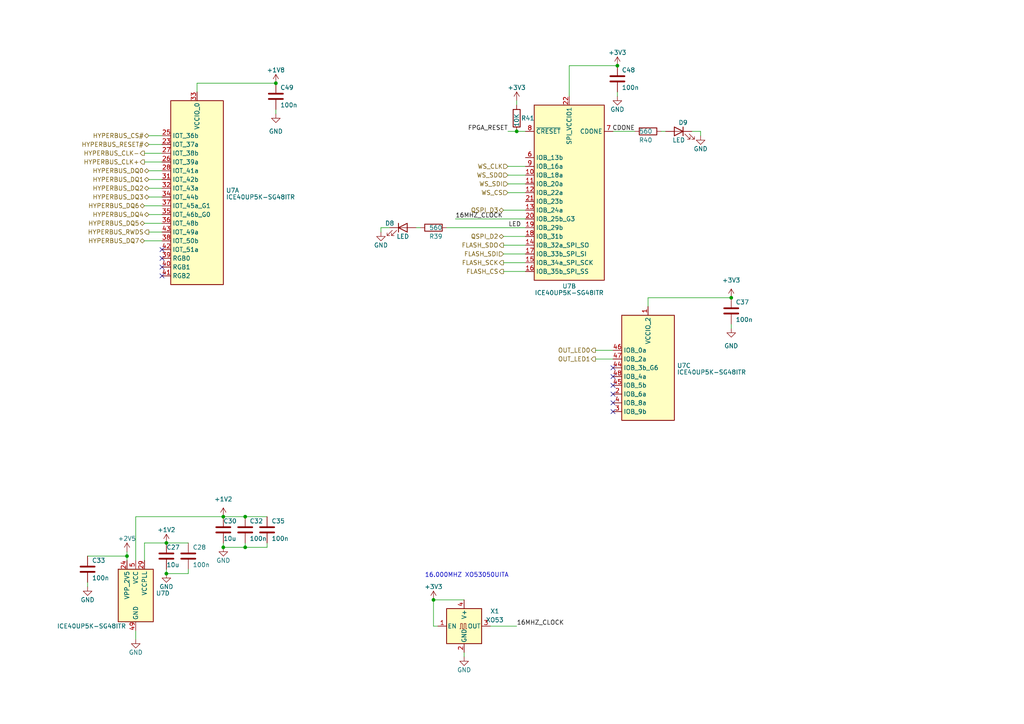
<source format=kicad_sch>
(kicad_sch (version 20230121) (generator eeschema)
  (paper "A4")
  (lib_symbols
    (symbol "Device:C" (pin_numbers hide) (pin_names (offset 0.254))
      (property "Reference" "C" (at 0.635 2.54 0))
      (property "Value" "C" (at 0.635 -2.54 0))
      (symbol "C_0_1"
        (polyline (pts (xy -2.032 -0.762) (xy 2.032 -0.762)) (stroke (width 0.508)))
        (polyline (pts (xy -2.032 0.762) (xy 2.032 0.762)) (stroke (width 0.508)))
      )
      (symbol "C_1_1"
        (pin passive line (at 0 3.81 270) (length 2.794) (name "~") (number "1"))
        (pin passive line (at 0 -3.81 90) (length 2.794) (name "~") (number "2"))
      )
    )
    (symbol "Device:LED" (pin_numbers hide) (pin_names (offset 1.016) hide)
      (property "Reference" "D" (at 0 2.54 0))
      (property "Value" "LED" (at 0 -2.54 0))
      (symbol "LED_0_1"
        (polyline (pts (xy -1.27 -1.27) (xy -1.27 1.27)) (stroke (width 0.254)))
        (polyline (pts (xy -1.27 0) (xy 1.27 0)))
        (polyline (pts (xy 1.27 -1.27) (xy 1.27 1.27) (xy -1.27 0) (xy 1.27 -1.27)) (stroke (width 0.254)))
        (polyline (pts (xy -3.048 -0.762) (xy -4.572 -2.286) (xy -3.81 -2.286) (xy -4.572 -2.286) (xy -4.572 -1.524)))
        (polyline (pts (xy -1.778 -0.762) (xy -3.302 -2.286) (xy -2.54 -2.286) (xy -3.302 -2.286) (xy -3.302 -1.524)))
      )
      (symbol "LED_1_1"
        (pin passive line (at -3.81 0 0) (length 2.54) (name "K") (number "1"))
        (pin passive line (at 3.81 0 180) (length 2.54) (name "A") (number "2"))
      )
    )
    (symbol "Device:R" (pin_numbers hide) (pin_names (offset 0))
      (property "Reference" "R" (at 2.032 0 90))
      (property "Value" "R" (at 0 0 90))
      (symbol "R_0_1"
        (rectangle (start -1.016 -2.54) (end 1.016 2.54) (stroke (width 0.254)))
      )
      (symbol "R_1_1"
        (pin passive line (at 0 3.81 270) (length 1.27) (name "~") (number "1"))
        (pin passive line (at 0 -3.81 90) (length 1.27) (name "~") (number "2"))
      )
    )
    (symbol "FPGA_Lattice:ICE40UP5K-SG48ITR"
      (property "Reference" "U" (at -8.89 -29.21 0))
      (property "Value" "ICE40UP5K-SG48ITR" (at 0 -31.75 0))
      (symbol "ICE40UP5K-SG48ITR_1_1"
        (rectangle (start -7.62 25.4) (end 7.62 -27.94) (stroke (width 0.254)) (fill (type background)))
        (pin bidirectional line (at -10.16 12.7 0) (length 2.54) (name "IOT_37a") (number "23"))
        (pin bidirectional line (at -10.16 15.24 0) (length 2.54) (name "IOT_36b") (number "25"))
        (pin bidirectional line (at -10.16 7.62 0) (length 2.54) (name "IOT_39a") (number "26"))
        (pin bidirectional line (at -10.16 10.16 0) (length 2.54) (name "IOT_38b") (number "27"))
        (pin bidirectional line (at -10.16 5.08 0) (length 2.54) (name "IOT_41a") (number "28"))
        (pin bidirectional line (at -10.16 2.54 0) (length 2.54) (name "IOT_42b") (number "31"))
        (pin bidirectional line (at -10.16 0 0) (length 2.54) (name "IOT_43a") (number "32"))
        (pin power_in line (at 0 27.94 270) (length 2.54) (name "VCCIO_0") (number "33"))
        (pin bidirectional line (at -10.16 -2.54 0) (length 2.54) (name "IOT_44b") (number "34"))
        (pin bidirectional line (at -10.16 -7.62 0) (length 2.54) (name "IOT_46b_G0") (number "35"))
        (pin bidirectional line (at -10.16 -10.16 0) (length 2.54) (name "IOT_48b") (number "36"))
        (pin bidirectional line (at -10.16 -5.08 0) (length 2.54) (name "IOT_45a_G1") (number "37"))
        (pin bidirectional line (at -10.16 -15.24 0) (length 2.54) (name "IOT_50b") (number "38"))
        (pin open_collector line (at -10.16 -20.32 0) (length 2.54) (name "RGB0") (number "39"))
        (pin open_collector line (at -10.16 -22.86 0) (length 2.54) (name "RGB1") (number "40"))
        (pin open_collector line (at -10.16 -25.4 0) (length 2.54) (name "RGB2") (number "41"))
        (pin bidirectional line (at -10.16 -17.78 0) (length 2.54) (name "IOT_51a") (number "42"))
        (pin bidirectional line (at -10.16 -12.7 0) (length 2.54) (name "IOT_49a") (number "43"))
      )
      (symbol "ICE40UP5K-SG48ITR_2_1"
        (rectangle (start -10.16 25.4) (end 10.16 -25.4) (stroke (width 0.254)) (fill (type background)))
        (pin bidirectional line (at -12.7 5.08 0) (length 2.54) (name "IOB_18a") (number "10"))
        (pin bidirectional line (at -12.7 2.54 0) (length 2.54) (name "IOB_20a") (number "11"))
        (pin bidirectional line (at -12.7 0 0) (length 2.54) (name "IOB_22a") (number "12"))
        (pin bidirectional line (at -12.7 -5.08 0) (length 2.54) (name "IOB_24a") (number "13"))
        (pin bidirectional line (at -12.7 -15.24 0) (length 2.54) (name "IOB_32a_SPI_SO") (number "14"))
        (pin bidirectional line (at -12.7 -20.32 0) (length 2.54) (name "IOB_34a_SPI_SCK") (number "15"))
        (pin bidirectional line (at -12.7 -22.86 0) (length 2.54) (name "IOB_35b_SPI_SS") (number "16"))
        (pin bidirectional line (at -12.7 -17.78 0) (length 2.54) (name "IOB_33b_SPI_SI") (number "17"))
        (pin bidirectional line (at -12.7 -12.7 0) (length 2.54) (name "IOB_31b") (number "18"))
        (pin bidirectional line (at -12.7 -10.16 0) (length 2.54) (name "IOB_29b") (number "19"))
        (pin bidirectional line (at -12.7 -7.62 0) (length 2.54) (name "IOB_25b_G3") (number "20"))
        (pin bidirectional line (at -12.7 -2.54 0) (length 2.54) (name "IOB_23b") (number "21"))
        (pin power_in line (at 0 27.94 270) (length 2.54) (name "SPI_VCCIO1") (number "22"))
        (pin bidirectional line (at -12.7 10.16 0) (length 2.54) (name "IOB_13b") (number "6"))
        (pin open_collector line (at 12.7 17.78 180) (length 2.54) (name "CDONE") (number "7"))
        (pin input line (at -12.7 17.78 0) (length 2.54) (name "~{CRESET}") (number "8"))
        (pin bidirectional line (at -12.7 7.62 0) (length 2.54) (name "IOB_16a") (number "9"))
      )
      (symbol "ICE40UP5K-SG48ITR_3_1"
        (rectangle (start -7.62 15.24) (end 7.62 -15.24) (stroke (width 0.254)) (fill (type background)))
        (pin power_in line (at 0 17.78 270) (length 2.54) (name "VCCIO_2") (number "1"))
        (pin bidirectional line (at -10.16 -7.62 0) (length 2.54) (name "IOB_6a") (number "2"))
        (pin bidirectional line (at -10.16 -12.7 0) (length 2.54) (name "IOB_9b") (number "3"))
        (pin bidirectional line (at -10.16 -10.16 0) (length 2.54) (name "IOB_8a") (number "4"))
        (pin bidirectional line (at -10.16 0 0) (length 2.54) (name "IOB_3b_G6") (number "44"))
        (pin bidirectional line (at -10.16 -5.08 0) (length 2.54) (name "IOB_5b") (number "45"))
        (pin bidirectional line (at -10.16 5.08 0) (length 2.54) (name "IOB_0a") (number "46"))
        (pin bidirectional line (at -10.16 2.54 0) (length 2.54) (name "IOB_2a") (number "47"))
        (pin bidirectional line (at -10.16 -2.54 0) (length 2.54) (name "IOB_4a") (number "48"))
      )
      (symbol "ICE40UP5K-SG48ITR_4_1"
        (rectangle (start -5.08 7.62) (end 5.08 -7.62) (stroke (width 0.254)) (fill (type background)))
        (pin power_in line (at -2.54 10.16 270) (length 2.54) (name "VPP_2V5") (number "24"))
        (pin power_out line (at 2.54 10.16 270) (length 2.54) (name "VCCPLL") (number "29"))
        (pin passive line (at 0 10.16 270) (length 2.54) hide (name "VCC") (number "30"))
        (pin power_in line (at 0 -10.16 90) (length 2.54) (name "GND") (number "49"))
        (pin power_in line (at 0 10.16 270) (length 2.54) (name "VCC") (number "5"))
      )
    )
    (symbol "Oscillator:XO53" (pin_names (offset 0.254))
      (property "Reference" "X" (at -5.08 6.35 0))
      (property "Value" "XO53" (at 1.27 -6.35 0))
      (symbol "XO53_0_1"
        (rectangle (start -5.08 5.08) (end 5.08 -5.08) (stroke (width 0.254)) (fill (type background)))
        (polyline (pts (xy 0.762 -0.762) (xy 0.508 -0.762) (xy 0.508 0.762) (xy 0 0.762) (xy 0 -0.762) (xy -0.508 -0.762) (xy -0.508 0.762) (xy -1.016 0.762) (xy -1.016 -0.762) (xy -1.27 -0.762)))
      )
      (symbol "XO53_1_1"
        (pin input line (at -7.62 0 0) (length 2.54) (name "EN") (number "1"))
        (pin power_in line (at 0 -7.62 90) (length 2.54) (name "GND") (number "2"))
        (pin output line (at 7.62 0 180) (length 2.54) (name "OUT") (number "3"))
        (pin power_in line (at 0 7.62 270) (length 2.54) (name "V+") (number "4"))
      )
    )
    (symbol "power:+1V2" (power) (pin_names (offset 0))
      (property "Value" "+1V2" (at 0 3.556 0))
      (symbol "+1V2_0_1"
        (polyline (pts (xy -0.762 1.27) (xy 0 2.54)))
        (polyline (pts (xy 0 0) (xy 0 2.54)))
        (polyline (pts (xy 0 2.54) (xy 0.762 1.27)))
      )
      (symbol "+1V2_1_1"
        (pin power_in line (at 0 0 90) (length 0) hide (name "+1V2") (number "1"))
      )
    )
    (symbol "power:+1V8" (power) (pin_names (offset 0))
      (property "Value" "+1V8" (at 0 3.556 0))
      (symbol "+1V8_0_1"
        (polyline (pts (xy -0.762 1.27) (xy 0 2.54)))
        (polyline (pts (xy 0 0) (xy 0 2.54)))
        (polyline (pts (xy 0 2.54) (xy 0.762 1.27)))
      )
      (symbol "+1V8_1_1"
        (pin power_in line (at 0 0 90) (length 0) hide (name "+1V8") (number "1"))
      )
    )
    (symbol "power:+2V5" (power) (pin_names (offset 0))
      (property "Value" "+2V5" (at 0 3.556 0))
      (symbol "+2V5_0_1"
        (polyline (pts (xy -0.762 1.27) (xy 0 2.54)))
        (polyline (pts (xy 0 0) (xy 0 2.54)))
        (polyline (pts (xy 0 2.54) (xy 0.762 1.27)))
      )
      (symbol "+2V5_1_1"
        (pin power_in line (at 0 0 90) (length 0) hide (name "+2V5") (number "1"))
      )
    )
    (symbol "power:+3.3V" (power) (pin_names (offset 0))
      (property "Value" "+3.3V" (at 0 3.556 0))
      (symbol "+3.3V_0_1"
        (polyline (pts (xy -0.762 1.27) (xy 0 2.54)))
        (polyline (pts (xy 0 0) (xy 0 2.54)))
        (polyline (pts (xy 0 2.54) (xy 0.762 1.27)))
      )
      (symbol "+3.3V_1_1"
        (pin power_in line (at 0 0 90) (length 0) hide (name "+3V3") (number "1"))
      )
    )
    (symbol "power:GND" (power) (pin_names (offset 0))
      (property "Value" "GND" (at 0 -3.81 0))
      (symbol "GND_0_1"
        (polyline (pts (xy 0 0) (xy 0 -1.27) (xy 1.27 -1.27) (xy 0 -2.54) (xy -1.27 -1.27) (xy 0 -1.27)))
      )
      (symbol "GND_1_1"
        (pin power_in line (at 0 0 270) (length 0) hide (name "GND") (number "1"))
      )
    )
  )
  (junction (at 48.26 166.37))
  (junction (at 125.73 173.99))
  (junction (at 64.77 158.75))
  (junction (at 71.12 149.86))
  (junction (at 36.83 161.29))
  (junction (at 179.07 19.05))
  (junction (at 71.12 158.75))
  (junction (at 64.77 149.86))
  (junction (at 212.09 86.36))
  (junction (at 149.86 38.1))
  (junction (at 80.01 24.13))
  (junction (at 48.26 157.48))
  (no_connect (at 177.8 116.84))
  (no_connect (at 177.8 109.22))
  (no_connect (at 46.99 77.47))
  (no_connect (at 177.8 114.3))
  (no_connect (at 177.8 119.38))
  (no_connect (at 46.99 80.01))
  (no_connect (at 46.99 72.39))
  (no_connect (at 177.8 111.76))
  (no_connect (at 177.8 106.68))
  (no_connect (at 46.99 74.93))
  (wire (pts (xy 147.32 48.26) (xy 152.4 48.26)))
  (wire (pts (xy 113.03 66.04) (xy 110.49 66.04)))
  (wire (pts (xy 36.83 160.02) (xy 36.83 161.29)))
  (wire (pts (xy 132.08 63.5) (xy 152.4 63.5)))
  (wire (pts (xy 48.26 165.1) (xy 48.26 166.37)))
  (wire (pts (xy 41.91 59.69) (xy 46.99 59.69)))
  (wire (pts (xy 54.61 165.1) (xy 54.61 166.37)))
  (wire (pts (xy 71.12 157.48) (xy 71.12 158.75)))
  (wire (pts (xy 41.91 157.48) (xy 48.26 157.48)))
  (wire (pts (xy 125.73 181.61) (xy 125.73 173.99)))
  (wire (pts (xy 146.05 78.74) (xy 152.4 78.74)))
  (wire (pts (xy 177.8 101.6) (xy 172.72 101.6)))
  (wire (pts (xy 39.37 185.42) (xy 39.37 182.88)))
  (wire (pts (xy 146.05 76.2) (xy 152.4 76.2)))
  (wire (pts (xy 71.12 158.75) (xy 77.47 158.75)))
  (wire (pts (xy 152.4 68.58) (xy 146.05 68.58)))
  (wire (pts (xy 39.37 149.86) (xy 64.77 149.86)))
  (wire (pts (xy 46.99 49.53) (xy 43.18 49.53)))
  (wire (pts (xy 77.47 157.48) (xy 77.47 158.75)))
  (wire (pts (xy 48.26 157.48) (xy 54.61 157.48)))
  (wire (pts (xy 129.54 66.04) (xy 152.4 66.04)))
  (wire (pts (xy 46.99 52.07) (xy 43.18 52.07)))
  (wire (pts (xy 120.65 66.04) (xy 121.92 66.04)))
  (wire (pts (xy 127 181.61) (xy 125.73 181.61)))
  (wire (pts (xy 46.99 54.61) (xy 43.18 54.61)))
  (wire (pts (xy 212.09 93.98) (xy 212.09 95.25)))
  (wire (pts (xy 110.49 66.04) (xy 110.49 67.31)))
  (wire (pts (xy 172.72 104.14) (xy 177.8 104.14)))
  (wire (pts (xy 149.86 38.1) (xy 152.4 38.1)))
  (wire (pts (xy 165.1 19.05) (xy 165.1 27.94)))
  (wire (pts (xy 57.15 24.13) (xy 57.15 26.67)))
  (wire (pts (xy 64.77 157.48) (xy 64.77 158.75)))
  (wire (pts (xy 71.12 149.86) (xy 77.47 149.86)))
  (wire (pts (xy 146.05 71.12) (xy 152.4 71.12)))
  (wire (pts (xy 203.2 38.1) (xy 203.2 39.37)))
  (wire (pts (xy 152.4 60.96) (xy 146.05 60.96)))
  (wire (pts (xy 41.91 157.48) (xy 41.91 162.56)))
  (wire (pts (xy 48.26 166.37) (xy 54.61 166.37)))
  (wire (pts (xy 46.99 67.31) (xy 43.18 67.31)))
  (wire (pts (xy 46.99 57.15) (xy 43.18 57.15)))
  (wire (pts (xy 184.15 38.1) (xy 177.8 38.1)))
  (wire (pts (xy 200.66 38.1) (xy 203.2 38.1)))
  (wire (pts (xy 36.83 161.29) (xy 36.83 162.56)))
  (wire (pts (xy 179.07 26.67) (xy 179.07 27.94)))
  (wire (pts (xy 25.4 161.29) (xy 36.83 161.29)))
  (wire (pts (xy 57.15 24.13) (xy 80.01 24.13)))
  (wire (pts (xy 41.91 46.99) (xy 46.99 46.99)))
  (wire (pts (xy 142.24 181.61) (xy 149.86 181.61)))
  (wire (pts (xy 64.77 149.86) (xy 71.12 149.86)))
  (wire (pts (xy 134.62 189.23) (xy 134.62 190.5)))
  (wire (pts (xy 187.96 86.36) (xy 212.09 86.36)))
  (wire (pts (xy 46.99 41.91) (xy 43.18 41.91)))
  (wire (pts (xy 147.32 53.34) (xy 152.4 53.34)))
  (wire (pts (xy 146.05 73.66) (xy 152.4 73.66)))
  (wire (pts (xy 41.91 64.77) (xy 46.99 64.77)))
  (wire (pts (xy 165.1 19.05) (xy 179.07 19.05)))
  (wire (pts (xy 46.99 62.23) (xy 43.18 62.23)))
  (wire (pts (xy 125.73 173.99) (xy 134.62 173.99)))
  (wire (pts (xy 41.91 69.85) (xy 46.99 69.85)))
  (wire (pts (xy 64.77 158.75) (xy 71.12 158.75)))
  (wire (pts (xy 147.32 38.1) (xy 149.86 38.1)))
  (wire (pts (xy 41.91 44.45) (xy 46.99 44.45)))
  (wire (pts (xy 80.01 31.75) (xy 80.01 33.02)))
  (wire (pts (xy 149.86 29.21) (xy 149.86 30.48)))
  (wire (pts (xy 147.32 50.8) (xy 152.4 50.8)))
  (wire (pts (xy 39.37 149.86) (xy 39.37 162.56)))
  (wire (pts (xy 193.04 38.1) (xy 191.77 38.1)))
  (wire (pts (xy 25.4 168.91) (xy 25.4 170.18)))
  (wire (pts (xy 187.96 86.36) (xy 187.96 88.9)))
  (wire (pts (xy 147.32 55.88) (xy 152.4 55.88)))
  (wire (pts (xy 46.99 39.37) (xy 43.18 39.37)))
  (text "16.000MHZ XO53050UITA" (at 123.19 167.64 0) (effects (font (size 1.27 1.27)) (justify left bottom)))
  (label "FPGA_RESET" (at 147.32 38.1 180))
  (label "16MHZ_CLOCK" (at 149.86 181.61 0))
  (label "CDONE" (at 184.15 38.1 180))
  (label "LED" (at 151.13 66.04 180))
  (label "16MHZ_CLOCK" (at 132.08 63.5 0))
  (hierarchical_label "OUT_LED0" (shape output) (at 172.72 101.6 180))
  (hierarchical_label "QSPI_D3" (shape bidirectional) (at 146.05 60.96 180))
  (hierarchical_label "HYPERBUS_CLK-" (shape output) (at 41.91 44.45 180))
  (hierarchical_label "OUT_LED1" (shape output) (at 172.72 104.14 180))
  (hierarchical_label "FLASH_SDI" (shape input) (at 146.05 73.66 180))
  (hierarchical_label "HYPERBUS_DQ5" (shape bidirectional) (at 41.91 64.77 180))
  (hierarchical_label "WS_SDI" (shape input) (at 147.32 53.34 180))
  (hierarchical_label "WS_CLK" (shape input) (at 147.32 48.26 180))
  (hierarchical_label "HYPERBUS_RWDS" (shape output) (at 43.18 67.31 180))
  (hierarchical_label "FLASH_CS" (shape output) (at 146.05 78.74 180))
  (hierarchical_label "WS_SDO" (shape input) (at 147.32 50.8 180))
  (hierarchical_label "HYPERBUS_DQ0" (shape bidirectional) (at 43.18 49.53 180))
  (hierarchical_label "HYPERBUS_CLK+" (shape output) (at 41.91 46.99 180))
  (hierarchical_label "WS_CS" (shape input) (at 147.32 55.88 180))
  (hierarchical_label "HYPERBUS_DQ7" (shape bidirectional) (at 41.91 69.85 180))
  (hierarchical_label "HYPERBUS_DQ6" (shape bidirectional) (at 41.91 59.69 180))
  (hierarchical_label "FLASH_SCK" (shape output) (at 146.05 76.2 180))
  (hierarchical_label "QSPI_D2" (shape bidirectional) (at 146.05 68.58 180))
  (hierarchical_label "HYPERBUS_DQ3" (shape bidirectional) (at 43.18 57.15 180))
  (hierarchical_label "HYPERBUS_CS#" (shape bidirectional) (at 43.18 39.37 180))
  (hierarchical_label "FLASH_SDO" (shape output) (at 146.05 71.12 180))
  (hierarchical_label "HYPERBUS_DQ1" (shape bidirectional) (at 43.18 52.07 180))
  (hierarchical_label "HYPERBUS_RESET#" (shape bidirectional) (at 43.18 41.91 180))
  (hierarchical_label "HYPERBUS_DQ4" (shape bidirectional) (at 43.18 62.23 180))
  (hierarchical_label "HYPERBUS_DQ2" (shape bidirectional) (at 43.18 54.61 180))
  (symbol (lib_id "Device:C") (at 80.01 27.94 0) (unit 1)
    (property "Reference" "C49" (at 81.28 25.4 0) (effects (justify left)))
    (property "Value" "100n" (at 81.28 30.48 0) (effects (justify left)))
    (property "Footprint" "Capacitor_SMD:C_0402_1005Metric" (effects hide))
  )
  (symbol (lib_id "power:GND") (at 179.07 27.94 0) (unit 1)
    (property "Reference" "#PWR055" (effects hide))
    (property "Value" "GND" (at 179.07 31.75 0))
  )
  (symbol (lib_id "Device:LED") (at 116.84 66.04 0) (unit 1)
    (property "Reference" "D8" (at 113.03 64.77 0))
    (property "Value" "LED" (at 116.84 68.58 0))
    (property "Footprint" "LED_SMD:LED_0805_2012Metric" (effects hide))
  )
  (symbol (lib_id "power:GND") (at 212.09 95.25 0) (unit 1)
    (property "Reference" "#PWR047" (effects hide))
    (property "Value" "GND" (at 212.09 100.33 0))
  )
  (symbol (lib_id "power:+2V5") (at 36.83 160.02 0) (unit 1)
    (property "Reference" "#PWR040" (effects hide))
    (property "Value" "+2V5" (at 36.83 156.21 0))
  )
  (symbol (lib_id "Device:LED") (at 196.85 38.1 0) (mirror y) (unit 1)
    (property "Reference" "D9" (at 198.12 35.56 0))
    (property "Value" "LED" (at 196.85 40.64 0))
    (property "Footprint" "LED_SMD:LED_0805_2012Metric" (effects hide))
  )
  (symbol (lib_id "Device:R") (at 125.73 66.04 270) (unit 1)
    (property "Reference" "R39" (at 124.46 68.58 90) (effects (justify left)))
    (property "Value" "560" (at 124.46 66.04 90) (effects (justify left)))
    (property "Footprint" "Resistor_SMD:R_0603_1608Metric" (effects hide))
  )
  (symbol (lib_id "FPGA_Lattice:ICE40UP5K-SG48ITR") (at 39.37 172.72 0) (unit 4)
    (property "Reference" "U7" (at 45.212 172.0763 0) (effects (justify left)))
    (property "Value" "ICE40UP5K-SG48ITR" (at 16.51 181.61 0) (effects (justify left)))
    (property "Footprint" "Package_DFN_QFN:QFN-48-1EP_7x7mm_P0.5mm_EP5.6x5.6mm" (effects hide))
    (property "Datasheet" "http://www.latticesemi.com/Products/FPGAandCPLD/iCE40Ultra" (effects hide))
  )
  (symbol (lib_id "power:GND") (at 110.49 67.31 0) (unit 1)
    (property "Reference" "#PWR050" (effects hide))
    (property "Value" "GND" (at 110.49 71.12 0))
  )
  (symbol (lib_id "Device:C") (at 25.4 165.1 0) (unit 1)
    (property "Reference" "C33" (at 26.67 162.56 0) (effects (justify left)))
    (property "Value" "100n" (at 26.67 167.64 0) (effects (justify left)))
    (property "Footprint" "Capacitor_SMD:C_0402_1005Metric" (effects hide))
  )
  (symbol (lib_id "power:GND") (at 203.2 39.37 0) (mirror y) (unit 1)
    (property "Reference" "#PWR045" (effects hide))
    (property "Value" "GND" (at 203.2 43.18 0))
  )
  (symbol (lib_id "power:+3.3V") (at 179.07 19.05 0) (unit 1)
    (property "Reference" "#PWR054" (effects hide))
    (property "Value" "+3.3V" (at 179.07 15.24 0))
  )
  (symbol (lib_id "Device:C") (at 179.07 22.86 0) (unit 1)
    (property "Reference" "C48" (at 180.34 20.32 0) (effects (justify left)))
    (property "Value" "100n" (at 180.34 25.4 0) (effects (justify left)))
    (property "Footprint" "Capacitor_SMD:C_0402_1005Metric" (effects hide))
  )
  (symbol (lib_id "Device:R") (at 187.96 38.1 90) (mirror x) (unit 1)
    (property "Reference" "R40" (at 189.23 40.64 90) (effects (justify left)))
    (property "Value" "560" (at 189.23 38.1 90) (effects (justify left)))
    (property "Footprint" "Resistor_SMD:R_0603_1608Metric" (effects hide))
  )
  (symbol (lib_id "power:GND") (at 25.4 170.18 0) (unit 1)
    (property "Reference" "#PWR044" (effects hide))
    (property "Value" "GND" (at 25.4 173.99 0))
  )
  (symbol (lib_id "power:+3.3V") (at 149.86 29.21 0) (unit 1)
    (property "Reference" "#PWR053" (effects hide))
    (property "Value" "+3.3V" (at 149.86 25.4 0))
  )
  (symbol (lib_id "power:+3.3V") (at 125.73 173.99 0) (unit 1)
    (property "Reference" "#PWR051" (effects hide))
    (property "Value" "+3.3V" (at 125.73 170.18 0))
  )
  (symbol (lib_id "power:GND") (at 134.62 190.5 0) (unit 1)
    (property "Reference" "#PWR052" (effects hide))
    (property "Value" "GND" (at 134.62 194.31 0))
  )
  (symbol (lib_id "power:+1V8") (at 80.01 24.13 0) (unit 1)
    (property "Reference" "#PWR056" (effects hide))
    (property "Value" "+1V8" (at 80.01 20.32 0))
  )
  (symbol (lib_id "power:GND") (at 80.01 33.02 0) (unit 1)
    (property "Reference" "#PWR057" (effects hide))
    (property "Value" "GND" (at 80.01 38.1 0))
  )
  (symbol (lib_id "Oscillator:XO53") (at 134.62 181.61 0) (unit 1)
    (property "Reference" "X1" (at 143.51 177.2793 0))
    (property "Value" "XO53" (at 143.51 179.8193 0))
    (property "Footprint" "Oscillator:Oscillator_SMD_EuroQuartz_XO53-4Pin_5.0x3.2mm" (effects hide))
    (property "Datasheet" "http://cdn-reichelt.de/documents/datenblatt/B400/XO53.pdf" (effects hide))
  )
  (symbol (lib_id "FPGA_Lattice:ICE40UP5K-SG48ITR") (at 165.1 55.88 0) (unit 2)
    (property "Reference" "U7" (at 165.1 83.0025 0))
    (property "Value" "ICE40UP5K-SG48ITR" (at 165.1 84.9235 0))
    (property "Footprint" "Package_DFN_QFN:QFN-48-1EP_7x7mm_P0.5mm_EP5.6x5.6mm" (effects hide))
    (property "Datasheet" "http://www.latticesemi.com/Products/FPGAandCPLD/iCE40Ultra" (effects hide))
  )
  (symbol (lib_id "Device:R") (at 149.86 34.29 0) (unit 1)
    (property "Reference" "R41" (at 151.13 34.29 0) (effects (justify left)))
    (property "Value" "10K" (at 149.86 36.83 90) (effects (justify left)))
    (property "Footprint" "Resistor_SMD:R_0603_1608Metric" (effects hide))
  )
  (symbol (lib_id "FPGA_Lattice:ICE40UP5K-SG48ITR") (at 187.96 106.68 0) (unit 3)
    (property "Reference" "U7" (at 196.342 106.0363 0) (effects (justify left)))
    (property "Value" "ICE40UP5K-SG48ITR" (at 196.342 107.9573 0) (effects (justify left)))
    (property "Footprint" "Package_DFN_QFN:QFN-48-1EP_7x7mm_P0.5mm_EP5.6x5.6mm" (effects hide))
    (property "Datasheet" "http://www.latticesemi.com/Products/FPGAandCPLD/iCE40Ultra" (effects hide))
  )
  (symbol (lib_id "power:GND") (at 48.26 166.37 0) (unit 1)
    (property "Reference" "#PWR042" (effects hide))
    (property "Value" "GND" (at 48.26 170.18 0))
  )
  (symbol (lib_id "Device:C") (at 64.77 153.67 0) (unit 1)
    (property "Reference" "C30" (at 64.77 151.13 0) (effects (justify left)))
    (property "Value" "10u" (at 64.77 156.21 0) (effects (justify left)))
    (property "Footprint" "Capacitor_SMD:C_0805_2012Metric" (effects hide))
  )
  (symbol (lib_id "Device:C") (at 54.61 161.29 0) (unit 1)
    (property "Reference" "C28" (at 55.88 158.75 0) (effects (justify left)))
    (property "Value" "100n" (at 55.88 163.83 0) (effects (justify left)))
    (property "Footprint" "Capacitor_SMD:C_0402_1005Metric" (effects hide))
  )
  (symbol (lib_id "power:GND") (at 64.77 158.75 0) (unit 1)
    (property "Reference" "#PWR049" (effects hide))
    (property "Value" "GND" (at 64.77 162.56 0))
  )
  (symbol (lib_id "power:GND") (at 39.37 185.42 0) (unit 1)
    (property "Reference" "#PWR039" (effects hide))
    (property "Value" "GND" (at 39.37 189.23 0))
  )
  (symbol (lib_id "Device:C") (at 77.47 153.67 0) (unit 1)
    (property "Reference" "C35" (at 78.74 151.13 0) (effects (justify left)))
    (property "Value" "100n" (at 78.74 156.21 0) (effects (justify left)))
    (property "Footprint" "Capacitor_SMD:C_0402_1005Metric" (effects hide))
  )
  (symbol (lib_id "power:+1V2") (at 48.26 157.48 0) (unit 1)
    (property "Reference" "#PWR041" (effects hide))
    (property "Value" "+1V2" (at 48.26 153.67 0))
  )
  (symbol (lib_id "Device:C") (at 212.09 90.17 0) (unit 1)
    (property "Reference" "C37" (at 213.36 87.63 0) (effects (justify left)))
    (property "Value" "100n" (at 213.36 92.71 0) (effects (justify left)))
    (property "Footprint" "Capacitor_SMD:C_0402_1005Metric" (effects hide))
  )
  (symbol (lib_id "Device:C") (at 71.12 153.67 0) (unit 1)
    (property "Reference" "C32" (at 72.39 151.13 0) (effects (justify left)))
    (property "Value" "100n" (at 72.39 156.21 0) (effects (justify left)))
    (property "Footprint" "Capacitor_SMD:C_0402_1005Metric" (effects hide))
  )
  (symbol (lib_id "power:+1V2") (at 64.77 149.86 0) (unit 1)
    (property "Reference" "#PWR043" (effects hide))
    (property "Value" "+1V2" (at 64.77 144.78 0))
  )
  (symbol (lib_id "Device:C") (at 48.26 161.29 0) (unit 1)
    (property "Reference" "C27" (at 48.26 158.75 0) (effects (justify left)))
    (property "Value" "10u" (at 48.26 163.83 0) (effects (justify left)))
    (property "Footprint" "Capacitor_SMD:C_0805_2012Metric" (effects hide))
  )
  (symbol (lib_id "FPGA_Lattice:ICE40UP5K-SG48ITR") (at 57.15 54.61 0) (unit 1)
    (property "Reference" "U7" (at 65.532 55.2363 0) (effects (justify left)))
    (property "Value" "ICE40UP5K-SG48ITR" (at 65.532 57.1573 0) (effects (justify left)))
    (property "Footprint" "Package_DFN_QFN:QFN-48-1EP_7x7mm_P0.5mm_EP5.6x5.6mm" (effects hide))
    (property "Datasheet" "http://www.latticesemi.com/Products/FPGAandCPLD/iCE40Ultra" (effects hide))
  )
  (symbol (lib_id "power:+3.3V") (at 212.09 86.36 0) (unit 1)
    (property "Reference" "#PWR046" (effects hide))
    (property "Value" "+3.3V" (at 212.09 81.28 0))
  )
)
</source>
